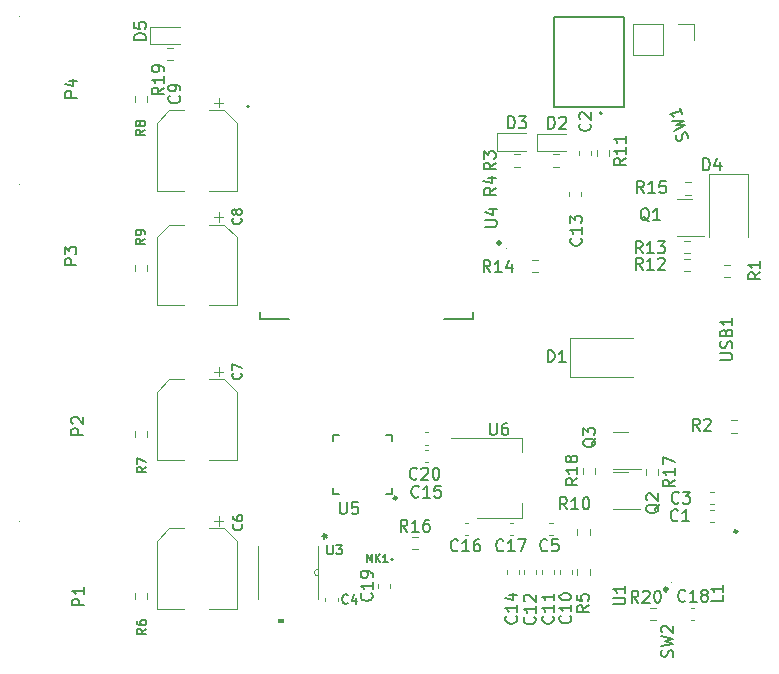
<source format=gbr>
%TF.GenerationSoftware,KiCad,Pcbnew,(6.0.0-0)*%
%TF.CreationDate,2022-02-02T11:17:39+01:00*%
%TF.ProjectId,GlowCore,476c6f77-436f-4726-952e-6b696361645f,rev?*%
%TF.SameCoordinates,Original*%
%TF.FileFunction,Legend,Top*%
%TF.FilePolarity,Positive*%
%FSLAX46Y46*%
G04 Gerber Fmt 4.6, Leading zero omitted, Abs format (unit mm)*
G04 Created by KiCad (PCBNEW (6.0.0-0)) date 2022-02-02 11:17:39*
%MOMM*%
%LPD*%
G01*
G04 APERTURE LIST*
%ADD10C,0.150000*%
%ADD11C,0.120000*%
%ADD12C,0.059995*%
%ADD13C,0.200000*%
%ADD14C,0.254001*%
%ADD15C,0.250000*%
%ADD16C,0.127000*%
%ADD17C,0.100000*%
G04 APERTURE END LIST*
D10*
%TO.C,D1*%
X163447504Y-110942380D02*
X163447504Y-109942380D01*
X163685600Y-109942380D01*
X163828457Y-109990000D01*
X163923695Y-110085238D01*
X163971314Y-110180476D01*
X164018933Y-110370952D01*
X164018933Y-110513809D01*
X163971314Y-110704285D01*
X163923695Y-110799523D01*
X163828457Y-110894761D01*
X163685600Y-110942380D01*
X163447504Y-110942380D01*
X164971314Y-110942380D02*
X164399885Y-110942380D01*
X164685600Y-110942380D02*
X164685600Y-109942380D01*
X164590361Y-110085238D01*
X164495123Y-110180476D01*
X164399885Y-110228095D01*
%TO.C,R17*%
X174179780Y-120906357D02*
X173703590Y-121239690D01*
X174179780Y-121477785D02*
X173179780Y-121477785D01*
X173179780Y-121096833D01*
X173227400Y-121001595D01*
X173275019Y-120953976D01*
X173370257Y-120906357D01*
X173513114Y-120906357D01*
X173608352Y-120953976D01*
X173655971Y-121001595D01*
X173703590Y-121096833D01*
X173703590Y-121477785D01*
X174179780Y-119953976D02*
X174179780Y-120525404D01*
X174179780Y-120239690D02*
X173179780Y-120239690D01*
X173322638Y-120334928D01*
X173417876Y-120430166D01*
X173465495Y-120525404D01*
X173179780Y-119620642D02*
X173179780Y-118953976D01*
X174179780Y-119382547D01*
%TO.C,R7*%
X129433904Y-119841633D02*
X129052952Y-120108300D01*
X129433904Y-120298776D02*
X128633904Y-120298776D01*
X128633904Y-119994014D01*
X128672000Y-119917823D01*
X128710095Y-119879728D01*
X128786285Y-119841633D01*
X128900571Y-119841633D01*
X128976761Y-119879728D01*
X129014857Y-119917823D01*
X129052952Y-119994014D01*
X129052952Y-120298776D01*
X128633904Y-119574966D02*
X128633904Y-119041633D01*
X129433904Y-119384490D01*
%TO.C,P1*%
X124201180Y-131548095D02*
X123201180Y-131548095D01*
X123201180Y-131167142D01*
X123248800Y-131071904D01*
X123296419Y-131024285D01*
X123391657Y-130976666D01*
X123534514Y-130976666D01*
X123629752Y-131024285D01*
X123677371Y-131071904D01*
X123724990Y-131167142D01*
X123724990Y-131548095D01*
X124201180Y-130024285D02*
X124201180Y-130595714D01*
X124201180Y-130310000D02*
X123201180Y-130310000D01*
X123344038Y-130405238D01*
X123439276Y-130500476D01*
X123486895Y-130595714D01*
%TO.C,SW2*%
X174013761Y-135927933D02*
X174061380Y-135785076D01*
X174061380Y-135546980D01*
X174013761Y-135451742D01*
X173966142Y-135404123D01*
X173870904Y-135356504D01*
X173775666Y-135356504D01*
X173680428Y-135404123D01*
X173632809Y-135451742D01*
X173585190Y-135546980D01*
X173537571Y-135737457D01*
X173489952Y-135832695D01*
X173442333Y-135880314D01*
X173347095Y-135927933D01*
X173251857Y-135927933D01*
X173156619Y-135880314D01*
X173109000Y-135832695D01*
X173061380Y-135737457D01*
X173061380Y-135499361D01*
X173109000Y-135356504D01*
X173061380Y-135023171D02*
X174061380Y-134785076D01*
X173347095Y-134594600D01*
X174061380Y-134404123D01*
X173061380Y-134166028D01*
X173156619Y-133832695D02*
X173109000Y-133785076D01*
X173061380Y-133689838D01*
X173061380Y-133451742D01*
X173109000Y-133356504D01*
X173156619Y-133308885D01*
X173251857Y-133261266D01*
X173347095Y-133261266D01*
X173489952Y-133308885D01*
X174061380Y-133880314D01*
X174061380Y-133261266D01*
%TO.C,C19*%
X148517842Y-130538457D02*
X148565461Y-130586076D01*
X148613080Y-130728933D01*
X148613080Y-130824171D01*
X148565461Y-130967028D01*
X148470223Y-131062266D01*
X148374985Y-131109885D01*
X148184509Y-131157504D01*
X148041652Y-131157504D01*
X147851176Y-131109885D01*
X147755938Y-131062266D01*
X147660700Y-130967028D01*
X147613080Y-130824171D01*
X147613080Y-130728933D01*
X147660700Y-130586076D01*
X147708319Y-130538457D01*
X148613080Y-129586076D02*
X148613080Y-130157504D01*
X148613080Y-129871790D02*
X147613080Y-129871790D01*
X147755938Y-129967028D01*
X147851176Y-130062266D01*
X147898795Y-130157504D01*
X148613080Y-129109885D02*
X148613080Y-128919409D01*
X148565461Y-128824171D01*
X148517842Y-128776552D01*
X148374985Y-128681314D01*
X148184509Y-128633695D01*
X147803557Y-128633695D01*
X147708319Y-128681314D01*
X147660700Y-128728933D01*
X147613080Y-128824171D01*
X147613080Y-129014647D01*
X147660700Y-129109885D01*
X147708319Y-129157504D01*
X147803557Y-129205123D01*
X148041652Y-129205123D01*
X148136890Y-129157504D01*
X148184509Y-129109885D01*
X148232128Y-129014647D01*
X148232128Y-128824171D01*
X148184509Y-128728933D01*
X148136890Y-128681314D01*
X148041652Y-128633695D01*
%TO.C,C12*%
X162320242Y-132545057D02*
X162367861Y-132592676D01*
X162415480Y-132735533D01*
X162415480Y-132830771D01*
X162367861Y-132973628D01*
X162272623Y-133068866D01*
X162177385Y-133116485D01*
X161986909Y-133164104D01*
X161844052Y-133164104D01*
X161653576Y-133116485D01*
X161558338Y-133068866D01*
X161463100Y-132973628D01*
X161415480Y-132830771D01*
X161415480Y-132735533D01*
X161463100Y-132592676D01*
X161510719Y-132545057D01*
X162415480Y-131592676D02*
X162415480Y-132164104D01*
X162415480Y-131878390D02*
X161415480Y-131878390D01*
X161558338Y-131973628D01*
X161653576Y-132068866D01*
X161701195Y-132164104D01*
X161510719Y-131211723D02*
X161463100Y-131164104D01*
X161415480Y-131068866D01*
X161415480Y-130830771D01*
X161463100Y-130735533D01*
X161510719Y-130687914D01*
X161605957Y-130640295D01*
X161701195Y-130640295D01*
X161844052Y-130687914D01*
X162415480Y-131259342D01*
X162415480Y-130640295D01*
%TO.C,C13*%
X166244542Y-100464857D02*
X166292161Y-100512476D01*
X166339780Y-100655333D01*
X166339780Y-100750571D01*
X166292161Y-100893428D01*
X166196923Y-100988666D01*
X166101685Y-101036285D01*
X165911209Y-101083904D01*
X165768352Y-101083904D01*
X165577876Y-101036285D01*
X165482638Y-100988666D01*
X165387400Y-100893428D01*
X165339780Y-100750571D01*
X165339780Y-100655333D01*
X165387400Y-100512476D01*
X165435019Y-100464857D01*
X166339780Y-99512476D02*
X166339780Y-100083904D01*
X166339780Y-99798190D02*
X165339780Y-99798190D01*
X165482638Y-99893428D01*
X165577876Y-99988666D01*
X165625495Y-100083904D01*
X165339780Y-99179142D02*
X165339780Y-98560095D01*
X165720733Y-98893428D01*
X165720733Y-98750571D01*
X165768352Y-98655333D01*
X165815971Y-98607714D01*
X165911209Y-98560095D01*
X166149304Y-98560095D01*
X166244542Y-98607714D01*
X166292161Y-98655333D01*
X166339780Y-98750571D01*
X166339780Y-99036285D01*
X166292161Y-99131523D01*
X166244542Y-99179142D01*
%TO.C,U6*%
X158546895Y-116114580D02*
X158546895Y-116924104D01*
X158594514Y-117019342D01*
X158642133Y-117066961D01*
X158737371Y-117114580D01*
X158927847Y-117114580D01*
X159023085Y-117066961D01*
X159070704Y-117019342D01*
X159118323Y-116924104D01*
X159118323Y-116114580D01*
X160023085Y-116114580D02*
X159832609Y-116114580D01*
X159737371Y-116162200D01*
X159689752Y-116209819D01*
X159594514Y-116352676D01*
X159546895Y-116543152D01*
X159546895Y-116924104D01*
X159594514Y-117019342D01*
X159642133Y-117066961D01*
X159737371Y-117114580D01*
X159927847Y-117114580D01*
X160023085Y-117066961D01*
X160070704Y-117019342D01*
X160118323Y-116924104D01*
X160118323Y-116686009D01*
X160070704Y-116590771D01*
X160023085Y-116543152D01*
X159927847Y-116495533D01*
X159737371Y-116495533D01*
X159642133Y-116543152D01*
X159594514Y-116590771D01*
X159546895Y-116686009D01*
%TO.C,C2*%
X167006542Y-90768466D02*
X167054161Y-90816085D01*
X167101780Y-90958942D01*
X167101780Y-91054180D01*
X167054161Y-91197038D01*
X166958923Y-91292276D01*
X166863685Y-91339895D01*
X166673209Y-91387514D01*
X166530352Y-91387514D01*
X166339876Y-91339895D01*
X166244638Y-91292276D01*
X166149400Y-91197038D01*
X166101780Y-91054180D01*
X166101780Y-90958942D01*
X166149400Y-90816085D01*
X166197019Y-90768466D01*
X166197019Y-90387514D02*
X166149400Y-90339895D01*
X166101780Y-90244657D01*
X166101780Y-90006561D01*
X166149400Y-89911323D01*
X166197019Y-89863704D01*
X166292257Y-89816085D01*
X166387495Y-89816085D01*
X166530352Y-89863704D01*
X167101780Y-90435133D01*
X167101780Y-89816085D01*
%TO.C,Q3*%
X167536419Y-117410438D02*
X167488800Y-117505676D01*
X167393561Y-117600914D01*
X167250704Y-117743771D01*
X167203085Y-117839009D01*
X167203085Y-117934247D01*
X167441180Y-117886628D02*
X167393561Y-117981866D01*
X167298323Y-118077104D01*
X167107847Y-118124723D01*
X166774514Y-118124723D01*
X166584038Y-118077104D01*
X166488800Y-117981866D01*
X166441180Y-117886628D01*
X166441180Y-117696152D01*
X166488800Y-117600914D01*
X166584038Y-117505676D01*
X166774514Y-117458057D01*
X167107847Y-117458057D01*
X167298323Y-117505676D01*
X167393561Y-117600914D01*
X167441180Y-117696152D01*
X167441180Y-117886628D01*
X166441180Y-117124723D02*
X166441180Y-116505676D01*
X166822133Y-116839009D01*
X166822133Y-116696152D01*
X166869752Y-116600914D01*
X166917371Y-116553295D01*
X167012609Y-116505676D01*
X167250704Y-116505676D01*
X167345942Y-116553295D01*
X167393561Y-116600914D01*
X167441180Y-116696152D01*
X167441180Y-116981866D01*
X167393561Y-117077104D01*
X167345942Y-117124723D01*
%TO.C,P2*%
X124120383Y-117116297D02*
X123120383Y-117116297D01*
X123120383Y-116735344D01*
X123168003Y-116640106D01*
X123215622Y-116592487D01*
X123310860Y-116544868D01*
X123453717Y-116544868D01*
X123548955Y-116592487D01*
X123596574Y-116640106D01*
X123644193Y-116735344D01*
X123644193Y-117116297D01*
X123215622Y-116163916D02*
X123168003Y-116116297D01*
X123120383Y-116021059D01*
X123120383Y-115782963D01*
X123168003Y-115687725D01*
X123215622Y-115640106D01*
X123310860Y-115592487D01*
X123406098Y-115592487D01*
X123548955Y-115640106D01*
X124120383Y-116211535D01*
X124120383Y-115592487D01*
%TO.C,P4*%
X123586983Y-88566695D02*
X122586983Y-88566695D01*
X122586983Y-88185742D01*
X122634603Y-88090504D01*
X122682222Y-88042885D01*
X122777460Y-87995266D01*
X122920317Y-87995266D01*
X123015555Y-88042885D01*
X123063174Y-88090504D01*
X123110793Y-88185742D01*
X123110793Y-88566695D01*
X122920317Y-87138123D02*
X123586983Y-87138123D01*
X122539364Y-87376219D02*
X123253650Y-87614314D01*
X123253650Y-86995266D01*
%TO.C,R8*%
X129343104Y-91268533D02*
X128962152Y-91535200D01*
X129343104Y-91725676D02*
X128543104Y-91725676D01*
X128543104Y-91420914D01*
X128581200Y-91344723D01*
X128619295Y-91306628D01*
X128695485Y-91268533D01*
X128809771Y-91268533D01*
X128885961Y-91306628D01*
X128924057Y-91344723D01*
X128962152Y-91420914D01*
X128962152Y-91725676D01*
X128885961Y-90811390D02*
X128847866Y-90887580D01*
X128809771Y-90925676D01*
X128733580Y-90963771D01*
X128695485Y-90963771D01*
X128619295Y-90925676D01*
X128581200Y-90887580D01*
X128543104Y-90811390D01*
X128543104Y-90659009D01*
X128581200Y-90582819D01*
X128619295Y-90544723D01*
X128695485Y-90506628D01*
X128733580Y-90506628D01*
X128809771Y-90544723D01*
X128847866Y-90582819D01*
X128885961Y-90659009D01*
X128885961Y-90811390D01*
X128924057Y-90887580D01*
X128962152Y-90925676D01*
X129038342Y-90963771D01*
X129190723Y-90963771D01*
X129266914Y-90925676D01*
X129305009Y-90887580D01*
X129343104Y-90811390D01*
X129343104Y-90659009D01*
X129305009Y-90582819D01*
X129266914Y-90544723D01*
X129190723Y-90506628D01*
X129038342Y-90506628D01*
X128962152Y-90544723D01*
X128924057Y-90582819D01*
X128885961Y-90659009D01*
%TO.C,P3*%
X123536183Y-102714496D02*
X122536183Y-102714496D01*
X122536183Y-102333543D01*
X122583803Y-102238305D01*
X122631422Y-102190686D01*
X122726660Y-102143067D01*
X122869517Y-102143067D01*
X122964755Y-102190686D01*
X123012374Y-102238305D01*
X123059993Y-102333543D01*
X123059993Y-102714496D01*
X122536183Y-101809734D02*
X122536183Y-101190686D01*
X122917136Y-101524020D01*
X122917136Y-101381162D01*
X122964755Y-101285924D01*
X123012374Y-101238305D01*
X123107612Y-101190686D01*
X123345707Y-101190686D01*
X123440945Y-101238305D01*
X123488564Y-101285924D01*
X123536183Y-101381162D01*
X123536183Y-101666877D01*
X123488564Y-101762115D01*
X123440945Y-101809734D01*
%TO.C,C7*%
X137445714Y-111893333D02*
X137483809Y-111931428D01*
X137521904Y-112045714D01*
X137521904Y-112121904D01*
X137483809Y-112236190D01*
X137407619Y-112312380D01*
X137331428Y-112350476D01*
X137179047Y-112388571D01*
X137064761Y-112388571D01*
X136912380Y-112350476D01*
X136836190Y-112312380D01*
X136760000Y-112236190D01*
X136721904Y-112121904D01*
X136721904Y-112045714D01*
X136760000Y-111931428D01*
X136798095Y-111893333D01*
X136721904Y-111626666D02*
X136721904Y-111093333D01*
X137521904Y-111436190D01*
%TO.C,MK1*%
X148164173Y-127875185D02*
X148164173Y-127231954D01*
X148378584Y-127691405D01*
X148592994Y-127231954D01*
X148592994Y-127875185D01*
X148899294Y-127875185D02*
X148899294Y-127231954D01*
X149266855Y-127875185D02*
X148991184Y-127507624D01*
X149266855Y-127231954D02*
X148899294Y-127599515D01*
X149879456Y-127875185D02*
X149511895Y-127875185D01*
X149695676Y-127875185D02*
X149695676Y-127231954D01*
X149634415Y-127323844D01*
X149573155Y-127385104D01*
X149511895Y-127415734D01*
%TO.C,SW1*%
X175314216Y-92021860D02*
X175323238Y-91871545D01*
X175261614Y-91641563D01*
X175190968Y-91561895D01*
X175132647Y-91528223D01*
X175028330Y-91506876D01*
X174936337Y-91531525D01*
X174856668Y-91602171D01*
X174822997Y-91660493D01*
X174801650Y-91764810D01*
X174804952Y-91961121D01*
X174783605Y-92065438D01*
X174749933Y-92123760D01*
X174670265Y-92194406D01*
X174578272Y-92219055D01*
X174473954Y-92197708D01*
X174415633Y-92164036D01*
X174344987Y-92084368D01*
X174283364Y-91854386D01*
X174292386Y-91704072D01*
X174160117Y-91394421D02*
X175064419Y-90905620D01*
X174325173Y-90906504D01*
X174965821Y-90537648D01*
X173938272Y-90566485D01*
X174670028Y-89433733D02*
X174817924Y-89985690D01*
X174743976Y-89709711D02*
X173778050Y-89968530D01*
X173940689Y-90023549D01*
X174057332Y-90090893D01*
X174127977Y-90170561D01*
%TO.C,R19*%
X130932180Y-87714057D02*
X130455990Y-88047390D01*
X130932180Y-88285485D02*
X129932180Y-88285485D01*
X129932180Y-87904533D01*
X129979800Y-87809295D01*
X130027419Y-87761676D01*
X130122657Y-87714057D01*
X130265514Y-87714057D01*
X130360752Y-87761676D01*
X130408371Y-87809295D01*
X130455990Y-87904533D01*
X130455990Y-88285485D01*
X130932180Y-86761676D02*
X130932180Y-87333104D01*
X130932180Y-87047390D02*
X129932180Y-87047390D01*
X130075038Y-87142628D01*
X130170276Y-87237866D01*
X130217895Y-87333104D01*
X130932180Y-86285485D02*
X130932180Y-86095009D01*
X130884561Y-85999771D01*
X130836942Y-85952152D01*
X130694085Y-85856914D01*
X130503609Y-85809295D01*
X130122657Y-85809295D01*
X130027419Y-85856914D01*
X129979800Y-85904533D01*
X129932180Y-85999771D01*
X129932180Y-86190247D01*
X129979800Y-86285485D01*
X130027419Y-86333104D01*
X130122657Y-86380723D01*
X130360752Y-86380723D01*
X130455990Y-86333104D01*
X130503609Y-86285485D01*
X130551228Y-86190247D01*
X130551228Y-85999771D01*
X130503609Y-85904533D01*
X130455990Y-85856914D01*
X130360752Y-85809295D01*
%TO.C,USB1*%
X178065180Y-110780295D02*
X178874704Y-110780295D01*
X178969942Y-110732676D01*
X179017561Y-110685057D01*
X179065180Y-110589819D01*
X179065180Y-110399342D01*
X179017561Y-110304104D01*
X178969942Y-110256485D01*
X178874704Y-110208866D01*
X178065180Y-110208866D01*
X179017561Y-109780295D02*
X179065180Y-109637438D01*
X179065180Y-109399342D01*
X179017561Y-109304104D01*
X178969942Y-109256485D01*
X178874704Y-109208866D01*
X178779466Y-109208866D01*
X178684228Y-109256485D01*
X178636609Y-109304104D01*
X178588990Y-109399342D01*
X178541371Y-109589819D01*
X178493752Y-109685057D01*
X178446133Y-109732676D01*
X178350895Y-109780295D01*
X178255657Y-109780295D01*
X178160419Y-109732676D01*
X178112800Y-109685057D01*
X178065180Y-109589819D01*
X178065180Y-109351723D01*
X178112800Y-109208866D01*
X178541371Y-108446961D02*
X178588990Y-108304104D01*
X178636609Y-108256485D01*
X178731847Y-108208866D01*
X178874704Y-108208866D01*
X178969942Y-108256485D01*
X179017561Y-108304104D01*
X179065180Y-108399342D01*
X179065180Y-108780295D01*
X178065180Y-108780295D01*
X178065180Y-108446961D01*
X178112800Y-108351723D01*
X178160419Y-108304104D01*
X178255657Y-108256485D01*
X178350895Y-108256485D01*
X178446133Y-108304104D01*
X178493752Y-108351723D01*
X178541371Y-108446961D01*
X178541371Y-108780295D01*
X179065180Y-107256485D02*
X179065180Y-107827914D01*
X179065180Y-107542200D02*
X178065180Y-107542200D01*
X178208038Y-107637438D01*
X178303276Y-107732676D01*
X178350895Y-107827914D01*
%TO.C,R6*%
X129433904Y-133534133D02*
X129052952Y-133800800D01*
X129433904Y-133991276D02*
X128633904Y-133991276D01*
X128633904Y-133686514D01*
X128672000Y-133610323D01*
X128710095Y-133572228D01*
X128786285Y-133534133D01*
X128900571Y-133534133D01*
X128976761Y-133572228D01*
X129014857Y-133610323D01*
X129052952Y-133686514D01*
X129052952Y-133991276D01*
X128633904Y-132848419D02*
X128633904Y-133000800D01*
X128672000Y-133076990D01*
X128710095Y-133115085D01*
X128824380Y-133191276D01*
X128976761Y-133229371D01*
X129281523Y-133229371D01*
X129357714Y-133191276D01*
X129395809Y-133153180D01*
X129433904Y-133076990D01*
X129433904Y-132924609D01*
X129395809Y-132848419D01*
X129357714Y-132810323D01*
X129281523Y-132772228D01*
X129091047Y-132772228D01*
X129014857Y-132810323D01*
X128976761Y-132848419D01*
X128938666Y-132924609D01*
X128938666Y-133076990D01*
X128976761Y-133153180D01*
X129014857Y-133191276D01*
X129091047Y-133229371D01*
%TO.C,D3*%
X160094704Y-91155780D02*
X160094704Y-90155780D01*
X160332800Y-90155780D01*
X160475657Y-90203400D01*
X160570895Y-90298638D01*
X160618514Y-90393876D01*
X160666133Y-90584352D01*
X160666133Y-90727209D01*
X160618514Y-90917685D01*
X160570895Y-91012923D01*
X160475657Y-91108161D01*
X160332800Y-91155780D01*
X160094704Y-91155780D01*
X160999466Y-90155780D02*
X161618514Y-90155780D01*
X161285180Y-90536733D01*
X161428038Y-90536733D01*
X161523276Y-90584352D01*
X161570895Y-90631971D01*
X161618514Y-90727209D01*
X161618514Y-90965304D01*
X161570895Y-91060542D01*
X161523276Y-91108161D01*
X161428038Y-91155780D01*
X161142323Y-91155780D01*
X161047085Y-91108161D01*
X160999466Y-91060542D01*
%TO.C,U4*%
X158151580Y-99491704D02*
X158961104Y-99491704D01*
X159056342Y-99444085D01*
X159103961Y-99396466D01*
X159151580Y-99301228D01*
X159151580Y-99110752D01*
X159103961Y-99015514D01*
X159056342Y-98967895D01*
X158961104Y-98920276D01*
X158151580Y-98920276D01*
X158484914Y-98015514D02*
X159151580Y-98015514D01*
X158103961Y-98253609D02*
X158818247Y-98491704D01*
X158818247Y-97872657D01*
%TO.C,C17*%
X159681942Y-126874542D02*
X159634323Y-126922161D01*
X159491466Y-126969780D01*
X159396228Y-126969780D01*
X159253371Y-126922161D01*
X159158133Y-126826923D01*
X159110514Y-126731685D01*
X159062895Y-126541209D01*
X159062895Y-126398352D01*
X159110514Y-126207876D01*
X159158133Y-126112638D01*
X159253371Y-126017400D01*
X159396228Y-125969780D01*
X159491466Y-125969780D01*
X159634323Y-126017400D01*
X159681942Y-126065019D01*
X160634323Y-126969780D02*
X160062895Y-126969780D01*
X160348609Y-126969780D02*
X160348609Y-125969780D01*
X160253371Y-126112638D01*
X160158133Y-126207876D01*
X160062895Y-126255495D01*
X160967657Y-125969780D02*
X161634323Y-125969780D01*
X161205752Y-126969780D01*
%TO.C,C20*%
X152366742Y-120803942D02*
X152319123Y-120851561D01*
X152176266Y-120899180D01*
X152081028Y-120899180D01*
X151938171Y-120851561D01*
X151842933Y-120756323D01*
X151795314Y-120661085D01*
X151747695Y-120470609D01*
X151747695Y-120327752D01*
X151795314Y-120137276D01*
X151842933Y-120042038D01*
X151938171Y-119946800D01*
X152081028Y-119899180D01*
X152176266Y-119899180D01*
X152319123Y-119946800D01*
X152366742Y-119994419D01*
X152747695Y-119994419D02*
X152795314Y-119946800D01*
X152890552Y-119899180D01*
X153128647Y-119899180D01*
X153223885Y-119946800D01*
X153271504Y-119994419D01*
X153319123Y-120089657D01*
X153319123Y-120184895D01*
X153271504Y-120327752D01*
X152700076Y-120899180D01*
X153319123Y-120899180D01*
X153938171Y-119899180D02*
X154033409Y-119899180D01*
X154128647Y-119946800D01*
X154176266Y-119994419D01*
X154223885Y-120089657D01*
X154271504Y-120280133D01*
X154271504Y-120518228D01*
X154223885Y-120708704D01*
X154176266Y-120803942D01*
X154128647Y-120851561D01*
X154033409Y-120899180D01*
X153938171Y-120899180D01*
X153842933Y-120851561D01*
X153795314Y-120803942D01*
X153747695Y-120708704D01*
X153700076Y-120518228D01*
X153700076Y-120280133D01*
X153747695Y-120089657D01*
X153795314Y-119994419D01*
X153842933Y-119946800D01*
X153938171Y-119899180D01*
%TO.C,R16*%
X151564042Y-125311180D02*
X151230709Y-124834990D01*
X150992614Y-125311180D02*
X150992614Y-124311180D01*
X151373566Y-124311180D01*
X151468804Y-124358800D01*
X151516423Y-124406419D01*
X151564042Y-124501657D01*
X151564042Y-124644514D01*
X151516423Y-124739752D01*
X151468804Y-124787371D01*
X151373566Y-124834990D01*
X150992614Y-124834990D01*
X152516423Y-125311180D02*
X151944995Y-125311180D01*
X152230709Y-125311180D02*
X152230709Y-124311180D01*
X152135471Y-124454038D01*
X152040233Y-124549276D01*
X151944995Y-124596895D01*
X153373566Y-124311180D02*
X153183090Y-124311180D01*
X153087852Y-124358800D01*
X153040233Y-124406419D01*
X152944995Y-124549276D01*
X152897376Y-124739752D01*
X152897376Y-125120704D01*
X152944995Y-125215942D01*
X152992614Y-125263561D01*
X153087852Y-125311180D01*
X153278328Y-125311180D01*
X153373566Y-125263561D01*
X153421185Y-125215942D01*
X153468804Y-125120704D01*
X153468804Y-124882609D01*
X153421185Y-124787371D01*
X153373566Y-124739752D01*
X153278328Y-124692133D01*
X153087852Y-124692133D01*
X152992614Y-124739752D01*
X152944995Y-124787371D01*
X152897376Y-124882609D01*
%TO.C,L1*%
X178277774Y-130710520D02*
X178277774Y-131186710D01*
X177277774Y-131186710D01*
X178277774Y-129853377D02*
X178277774Y-130424805D01*
X178277774Y-130139091D02*
X177277774Y-130139091D01*
X177420632Y-130234329D01*
X177515870Y-130329567D01*
X177563489Y-130424805D01*
%TO.C,R18*%
X165960380Y-120777457D02*
X165484190Y-121110790D01*
X165960380Y-121348885D02*
X164960380Y-121348885D01*
X164960380Y-120967933D01*
X165008000Y-120872695D01*
X165055619Y-120825076D01*
X165150857Y-120777457D01*
X165293714Y-120777457D01*
X165388952Y-120825076D01*
X165436571Y-120872695D01*
X165484190Y-120967933D01*
X165484190Y-121348885D01*
X165960380Y-119825076D02*
X165960380Y-120396504D01*
X165960380Y-120110790D02*
X164960380Y-120110790D01*
X165103238Y-120206028D01*
X165198476Y-120301266D01*
X165246095Y-120396504D01*
X165388952Y-119253647D02*
X165341333Y-119348885D01*
X165293714Y-119396504D01*
X165198476Y-119444123D01*
X165150857Y-119444123D01*
X165055619Y-119396504D01*
X165008000Y-119348885D01*
X164960380Y-119253647D01*
X164960380Y-119063171D01*
X165008000Y-118967933D01*
X165055619Y-118920314D01*
X165150857Y-118872695D01*
X165198476Y-118872695D01*
X165293714Y-118920314D01*
X165341333Y-118967933D01*
X165388952Y-119063171D01*
X165388952Y-119253647D01*
X165436571Y-119348885D01*
X165484190Y-119396504D01*
X165579428Y-119444123D01*
X165769904Y-119444123D01*
X165865142Y-119396504D01*
X165912761Y-119348885D01*
X165960380Y-119253647D01*
X165960380Y-119063171D01*
X165912761Y-118967933D01*
X165865142Y-118920314D01*
X165769904Y-118872695D01*
X165579428Y-118872695D01*
X165484190Y-118920314D01*
X165436571Y-118967933D01*
X165388952Y-119063171D01*
%TO.C,R20*%
X171111942Y-131313180D02*
X170778609Y-130836990D01*
X170540514Y-131313180D02*
X170540514Y-130313180D01*
X170921466Y-130313180D01*
X171016704Y-130360800D01*
X171064323Y-130408419D01*
X171111942Y-130503657D01*
X171111942Y-130646514D01*
X171064323Y-130741752D01*
X171016704Y-130789371D01*
X170921466Y-130836990D01*
X170540514Y-130836990D01*
X171492895Y-130408419D02*
X171540514Y-130360800D01*
X171635752Y-130313180D01*
X171873847Y-130313180D01*
X171969085Y-130360800D01*
X172016704Y-130408419D01*
X172064323Y-130503657D01*
X172064323Y-130598895D01*
X172016704Y-130741752D01*
X171445276Y-131313180D01*
X172064323Y-131313180D01*
X172683371Y-130313180D02*
X172778609Y-130313180D01*
X172873847Y-130360800D01*
X172921466Y-130408419D01*
X172969085Y-130503657D01*
X173016704Y-130694133D01*
X173016704Y-130932228D01*
X172969085Y-131122704D01*
X172921466Y-131217942D01*
X172873847Y-131265561D01*
X172778609Y-131313180D01*
X172683371Y-131313180D01*
X172588133Y-131265561D01*
X172540514Y-131217942D01*
X172492895Y-131122704D01*
X172445276Y-130932228D01*
X172445276Y-130694133D01*
X172492895Y-130503657D01*
X172540514Y-130408419D01*
X172588133Y-130360800D01*
X172683371Y-130313180D01*
%TO.C,C9*%
X132233942Y-88406266D02*
X132281561Y-88453885D01*
X132329180Y-88596742D01*
X132329180Y-88691980D01*
X132281561Y-88834838D01*
X132186323Y-88930076D01*
X132091085Y-88977695D01*
X131900609Y-89025314D01*
X131757752Y-89025314D01*
X131567276Y-88977695D01*
X131472038Y-88930076D01*
X131376800Y-88834838D01*
X131329180Y-88691980D01*
X131329180Y-88596742D01*
X131376800Y-88453885D01*
X131424419Y-88406266D01*
X132329180Y-87930076D02*
X132329180Y-87739600D01*
X132281561Y-87644361D01*
X132233942Y-87596742D01*
X132091085Y-87501504D01*
X131900609Y-87453885D01*
X131519657Y-87453885D01*
X131424419Y-87501504D01*
X131376800Y-87549123D01*
X131329180Y-87644361D01*
X131329180Y-87834838D01*
X131376800Y-87930076D01*
X131424419Y-87977695D01*
X131519657Y-88025314D01*
X131757752Y-88025314D01*
X131852990Y-87977695D01*
X131900609Y-87930076D01*
X131948228Y-87834838D01*
X131948228Y-87644361D01*
X131900609Y-87549123D01*
X131852990Y-87501504D01*
X131757752Y-87453885D01*
%TO.C,D2*%
X163472904Y-91181180D02*
X163472904Y-90181180D01*
X163711000Y-90181180D01*
X163853857Y-90228800D01*
X163949095Y-90324038D01*
X163996714Y-90419276D01*
X164044333Y-90609752D01*
X164044333Y-90752609D01*
X163996714Y-90943085D01*
X163949095Y-91038323D01*
X163853857Y-91133561D01*
X163711000Y-91181180D01*
X163472904Y-91181180D01*
X164425285Y-90276419D02*
X164472904Y-90228800D01*
X164568142Y-90181180D01*
X164806238Y-90181180D01*
X164901476Y-90228800D01*
X164949095Y-90276419D01*
X164996714Y-90371657D01*
X164996714Y-90466895D01*
X164949095Y-90609752D01*
X164377666Y-91181180D01*
X164996714Y-91181180D01*
%TO.C,R4*%
X159049980Y-96204066D02*
X158573790Y-96537400D01*
X159049980Y-96775495D02*
X158049980Y-96775495D01*
X158049980Y-96394542D01*
X158097600Y-96299304D01*
X158145219Y-96251685D01*
X158240457Y-96204066D01*
X158383314Y-96204066D01*
X158478552Y-96251685D01*
X158526171Y-96299304D01*
X158573790Y-96394542D01*
X158573790Y-96775495D01*
X158383314Y-95346923D02*
X159049980Y-95346923D01*
X158002361Y-95585019D02*
X158716647Y-95823114D01*
X158716647Y-95204066D01*
%TO.C,R5*%
X166911280Y-131560866D02*
X166435090Y-131894200D01*
X166911280Y-132132295D02*
X165911280Y-132132295D01*
X165911280Y-131751342D01*
X165958900Y-131656104D01*
X166006519Y-131608485D01*
X166101757Y-131560866D01*
X166244614Y-131560866D01*
X166339852Y-131608485D01*
X166387471Y-131656104D01*
X166435090Y-131751342D01*
X166435090Y-132132295D01*
X165911280Y-130656104D02*
X165911280Y-131132295D01*
X166387471Y-131179914D01*
X166339852Y-131132295D01*
X166292233Y-131037057D01*
X166292233Y-130798961D01*
X166339852Y-130703723D01*
X166387471Y-130656104D01*
X166482709Y-130608485D01*
X166720804Y-130608485D01*
X166816042Y-130656104D01*
X166863661Y-130703723D01*
X166911280Y-130798961D01*
X166911280Y-131037057D01*
X166863661Y-131132295D01*
X166816042Y-131179914D01*
%TO.C,R3*%
X159024580Y-94070466D02*
X158548390Y-94403800D01*
X159024580Y-94641895D02*
X158024580Y-94641895D01*
X158024580Y-94260942D01*
X158072200Y-94165704D01*
X158119819Y-94118085D01*
X158215057Y-94070466D01*
X158357914Y-94070466D01*
X158453152Y-94118085D01*
X158500771Y-94165704D01*
X158548390Y-94260942D01*
X158548390Y-94641895D01*
X158024580Y-93737133D02*
X158024580Y-93118085D01*
X158405533Y-93451419D01*
X158405533Y-93308561D01*
X158453152Y-93213323D01*
X158500771Y-93165704D01*
X158596009Y-93118085D01*
X158834104Y-93118085D01*
X158929342Y-93165704D01*
X158976961Y-93213323D01*
X159024580Y-93308561D01*
X159024580Y-93594276D01*
X158976961Y-93689514D01*
X158929342Y-93737133D01*
%TO.C,C16*%
X155846542Y-126874542D02*
X155798923Y-126922161D01*
X155656066Y-126969780D01*
X155560828Y-126969780D01*
X155417971Y-126922161D01*
X155322733Y-126826923D01*
X155275114Y-126731685D01*
X155227495Y-126541209D01*
X155227495Y-126398352D01*
X155275114Y-126207876D01*
X155322733Y-126112638D01*
X155417971Y-126017400D01*
X155560828Y-125969780D01*
X155656066Y-125969780D01*
X155798923Y-126017400D01*
X155846542Y-126065019D01*
X156798923Y-126969780D02*
X156227495Y-126969780D01*
X156513209Y-126969780D02*
X156513209Y-125969780D01*
X156417971Y-126112638D01*
X156322733Y-126207876D01*
X156227495Y-126255495D01*
X157656066Y-125969780D02*
X157465590Y-125969780D01*
X157370352Y-126017400D01*
X157322733Y-126065019D01*
X157227495Y-126207876D01*
X157179876Y-126398352D01*
X157179876Y-126779304D01*
X157227495Y-126874542D01*
X157275114Y-126922161D01*
X157370352Y-126969780D01*
X157560828Y-126969780D01*
X157656066Y-126922161D01*
X157703685Y-126874542D01*
X157751304Y-126779304D01*
X157751304Y-126541209D01*
X157703685Y-126445971D01*
X157656066Y-126398352D01*
X157560828Y-126350733D01*
X157370352Y-126350733D01*
X157275114Y-126398352D01*
X157227495Y-126445971D01*
X157179876Y-126541209D01*
%TO.C,C3*%
X174547233Y-122835942D02*
X174499614Y-122883561D01*
X174356757Y-122931180D01*
X174261519Y-122931180D01*
X174118661Y-122883561D01*
X174023423Y-122788323D01*
X173975804Y-122693085D01*
X173928185Y-122502609D01*
X173928185Y-122359752D01*
X173975804Y-122169276D01*
X174023423Y-122074038D01*
X174118661Y-121978800D01*
X174261519Y-121931180D01*
X174356757Y-121931180D01*
X174499614Y-121978800D01*
X174547233Y-122026419D01*
X174880566Y-121931180D02*
X175499614Y-121931180D01*
X175166280Y-122312133D01*
X175309138Y-122312133D01*
X175404376Y-122359752D01*
X175451995Y-122407371D01*
X175499614Y-122502609D01*
X175499614Y-122740704D01*
X175451995Y-122835942D01*
X175404376Y-122883561D01*
X175309138Y-122931180D01*
X175023423Y-122931180D01*
X174928185Y-122883561D01*
X174880566Y-122835942D01*
%TO.C,D5*%
X129433580Y-83669095D02*
X128433580Y-83669095D01*
X128433580Y-83431000D01*
X128481200Y-83288142D01*
X128576438Y-83192904D01*
X128671676Y-83145285D01*
X128862152Y-83097666D01*
X129005009Y-83097666D01*
X129195485Y-83145285D01*
X129290723Y-83192904D01*
X129385961Y-83288142D01*
X129433580Y-83431000D01*
X129433580Y-83669095D01*
X128433580Y-82192904D02*
X128433580Y-82669095D01*
X128909771Y-82716714D01*
X128862152Y-82669095D01*
X128814533Y-82573857D01*
X128814533Y-82335761D01*
X128862152Y-82240523D01*
X128909771Y-82192904D01*
X129005009Y-82145285D01*
X129243104Y-82145285D01*
X129338342Y-82192904D01*
X129385961Y-82240523D01*
X129433580Y-82335761D01*
X129433580Y-82573857D01*
X129385961Y-82669095D01*
X129338342Y-82716714D01*
%TO.C,C15*%
X152519142Y-122327942D02*
X152471523Y-122375561D01*
X152328666Y-122423180D01*
X152233428Y-122423180D01*
X152090571Y-122375561D01*
X151995333Y-122280323D01*
X151947714Y-122185085D01*
X151900095Y-121994609D01*
X151900095Y-121851752D01*
X151947714Y-121661276D01*
X151995333Y-121566038D01*
X152090571Y-121470800D01*
X152233428Y-121423180D01*
X152328666Y-121423180D01*
X152471523Y-121470800D01*
X152519142Y-121518419D01*
X153471523Y-122423180D02*
X152900095Y-122423180D01*
X153185809Y-122423180D02*
X153185809Y-121423180D01*
X153090571Y-121566038D01*
X152995333Y-121661276D01*
X152900095Y-121708895D01*
X154376285Y-121423180D02*
X153900095Y-121423180D01*
X153852476Y-121899371D01*
X153900095Y-121851752D01*
X153995333Y-121804133D01*
X154233428Y-121804133D01*
X154328666Y-121851752D01*
X154376285Y-121899371D01*
X154423904Y-121994609D01*
X154423904Y-122232704D01*
X154376285Y-122327942D01*
X154328666Y-122375561D01*
X154233428Y-122423180D01*
X153995333Y-122423180D01*
X153900095Y-122375561D01*
X153852476Y-122327942D01*
%TO.C,R9*%
X129343104Y-100516033D02*
X128962152Y-100782700D01*
X129343104Y-100973176D02*
X128543104Y-100973176D01*
X128543104Y-100668414D01*
X128581200Y-100592223D01*
X128619295Y-100554128D01*
X128695485Y-100516033D01*
X128809771Y-100516033D01*
X128885961Y-100554128D01*
X128924057Y-100592223D01*
X128962152Y-100668414D01*
X128962152Y-100973176D01*
X129343104Y-100135080D02*
X129343104Y-99982700D01*
X129305009Y-99906509D01*
X129266914Y-99868414D01*
X129152628Y-99792223D01*
X129000247Y-99754128D01*
X128695485Y-99754128D01*
X128619295Y-99792223D01*
X128581200Y-99830319D01*
X128543104Y-99906509D01*
X128543104Y-100058890D01*
X128581200Y-100135080D01*
X128619295Y-100173176D01*
X128695485Y-100211271D01*
X128885961Y-100211271D01*
X128962152Y-100173176D01*
X129000247Y-100135080D01*
X129038342Y-100058890D01*
X129038342Y-99906509D01*
X129000247Y-99830319D01*
X128962152Y-99792223D01*
X128885961Y-99754128D01*
%TO.C,R13*%
X171469842Y-101732380D02*
X171136509Y-101256190D01*
X170898414Y-101732380D02*
X170898414Y-100732380D01*
X171279366Y-100732380D01*
X171374604Y-100780000D01*
X171422223Y-100827619D01*
X171469842Y-100922857D01*
X171469842Y-101065714D01*
X171422223Y-101160952D01*
X171374604Y-101208571D01*
X171279366Y-101256190D01*
X170898414Y-101256190D01*
X172422223Y-101732380D02*
X171850795Y-101732380D01*
X172136509Y-101732380D02*
X172136509Y-100732380D01*
X172041271Y-100875238D01*
X171946033Y-100970476D01*
X171850795Y-101018095D01*
X172755557Y-100732380D02*
X173374604Y-100732380D01*
X173041271Y-101113333D01*
X173184128Y-101113333D01*
X173279366Y-101160952D01*
X173326985Y-101208571D01*
X173374604Y-101303809D01*
X173374604Y-101541904D01*
X173326985Y-101637142D01*
X173279366Y-101684761D01*
X173184128Y-101732380D01*
X172898414Y-101732380D01*
X172803176Y-101684761D01*
X172755557Y-101637142D01*
%TO.C,U5*%
X145841595Y-122819193D02*
X145841595Y-123628717D01*
X145889214Y-123723955D01*
X145936833Y-123771574D01*
X146032071Y-123819193D01*
X146222547Y-123819193D01*
X146317785Y-123771574D01*
X146365404Y-123723955D01*
X146413023Y-123628717D01*
X146413023Y-122819193D01*
X147365404Y-122819193D02*
X146889214Y-122819193D01*
X146841595Y-123295384D01*
X146889214Y-123247765D01*
X146984452Y-123200146D01*
X147222547Y-123200146D01*
X147317785Y-123247765D01*
X147365404Y-123295384D01*
X147413023Y-123390622D01*
X147413023Y-123628717D01*
X147365404Y-123723955D01*
X147317785Y-123771574D01*
X147222547Y-123819193D01*
X146984452Y-123819193D01*
X146889214Y-123771574D01*
X146841595Y-123723955D01*
%TO.C,C6*%
X137521914Y-124694933D02*
X137560009Y-124733028D01*
X137598104Y-124847314D01*
X137598104Y-124923504D01*
X137560009Y-125037790D01*
X137483819Y-125113980D01*
X137407628Y-125152076D01*
X137255247Y-125190171D01*
X137140961Y-125190171D01*
X136988580Y-125152076D01*
X136912390Y-125113980D01*
X136836200Y-125037790D01*
X136798104Y-124923504D01*
X136798104Y-124847314D01*
X136836200Y-124733028D01*
X136874295Y-124694933D01*
X136798104Y-124009219D02*
X136798104Y-124161600D01*
X136836200Y-124237790D01*
X136874295Y-124275885D01*
X136988580Y-124352076D01*
X137140961Y-124390171D01*
X137445723Y-124390171D01*
X137521914Y-124352076D01*
X137560009Y-124313980D01*
X137598104Y-124237790D01*
X137598104Y-124085409D01*
X137560009Y-124009219D01*
X137521914Y-123971123D01*
X137445723Y-123933028D01*
X137255247Y-123933028D01*
X137179057Y-123971123D01*
X137140961Y-124009219D01*
X137102866Y-124085409D01*
X137102866Y-124237790D01*
X137140961Y-124313980D01*
X137179057Y-124352076D01*
X137255247Y-124390171D01*
%TO.C,Q1*%
X172042861Y-99033619D02*
X171947623Y-98986000D01*
X171852385Y-98890761D01*
X171709528Y-98747904D01*
X171614290Y-98700285D01*
X171519052Y-98700285D01*
X171566671Y-98938380D02*
X171471433Y-98890761D01*
X171376195Y-98795523D01*
X171328576Y-98605047D01*
X171328576Y-98271714D01*
X171376195Y-98081238D01*
X171471433Y-97986000D01*
X171566671Y-97938380D01*
X171757147Y-97938380D01*
X171852385Y-97986000D01*
X171947623Y-98081238D01*
X171995242Y-98271714D01*
X171995242Y-98605047D01*
X171947623Y-98795523D01*
X171852385Y-98890761D01*
X171757147Y-98938380D01*
X171566671Y-98938380D01*
X172947623Y-98938380D02*
X172376195Y-98938380D01*
X172661909Y-98938380D02*
X172661909Y-97938380D01*
X172566671Y-98081238D01*
X172471433Y-98176476D01*
X172376195Y-98224095D01*
%TO.C,R10*%
X165066736Y-123413781D02*
X164733403Y-122937591D01*
X164495308Y-123413781D02*
X164495308Y-122413781D01*
X164876260Y-122413781D01*
X164971498Y-122461401D01*
X165019117Y-122509020D01*
X165066736Y-122604258D01*
X165066736Y-122747115D01*
X165019117Y-122842353D01*
X164971498Y-122889972D01*
X164876260Y-122937591D01*
X164495308Y-122937591D01*
X166019117Y-123413781D02*
X165447689Y-123413781D01*
X165733403Y-123413781D02*
X165733403Y-122413781D01*
X165638165Y-122556639D01*
X165542927Y-122651877D01*
X165447689Y-122699496D01*
X166638165Y-122413781D02*
X166733403Y-122413781D01*
X166828641Y-122461401D01*
X166876260Y-122509020D01*
X166923879Y-122604258D01*
X166971498Y-122794734D01*
X166971498Y-123032829D01*
X166923879Y-123223305D01*
X166876260Y-123318543D01*
X166828641Y-123366162D01*
X166733403Y-123413781D01*
X166638165Y-123413781D01*
X166542927Y-123366162D01*
X166495308Y-123318543D01*
X166447689Y-123223305D01*
X166400070Y-123032829D01*
X166400070Y-122794734D01*
X166447689Y-122604258D01*
X166495308Y-122509020D01*
X166542927Y-122461401D01*
X166638165Y-122413781D01*
%TO.C,U1*%
X168997374Y-131470305D02*
X169806898Y-131470305D01*
X169902136Y-131422686D01*
X169949755Y-131375067D01*
X169997374Y-131279829D01*
X169997374Y-131089353D01*
X169949755Y-130994115D01*
X169902136Y-130946496D01*
X169806898Y-130898877D01*
X168997374Y-130898877D01*
X169997374Y-129898877D02*
X169997374Y-130470305D01*
X169997374Y-130184591D02*
X168997374Y-130184591D01*
X169140232Y-130279829D01*
X169235470Y-130375067D01*
X169283089Y-130470305D01*
%TO.C,C8*%
X137445714Y-98786933D02*
X137483809Y-98825028D01*
X137521904Y-98939314D01*
X137521904Y-99015504D01*
X137483809Y-99129790D01*
X137407619Y-99205980D01*
X137331428Y-99244076D01*
X137179047Y-99282171D01*
X137064761Y-99282171D01*
X136912380Y-99244076D01*
X136836190Y-99205980D01*
X136760000Y-99129790D01*
X136721904Y-99015504D01*
X136721904Y-98939314D01*
X136760000Y-98825028D01*
X136798095Y-98786933D01*
X137064761Y-98329790D02*
X137026666Y-98405980D01*
X136988571Y-98444076D01*
X136912380Y-98482171D01*
X136874285Y-98482171D01*
X136798095Y-98444076D01*
X136760000Y-98405980D01*
X136721904Y-98329790D01*
X136721904Y-98177409D01*
X136760000Y-98101219D01*
X136798095Y-98063123D01*
X136874285Y-98025028D01*
X136912380Y-98025028D01*
X136988571Y-98063123D01*
X137026666Y-98101219D01*
X137064761Y-98177409D01*
X137064761Y-98329790D01*
X137102857Y-98405980D01*
X137140952Y-98444076D01*
X137217142Y-98482171D01*
X137369523Y-98482171D01*
X137445714Y-98444076D01*
X137483809Y-98405980D01*
X137521904Y-98329790D01*
X137521904Y-98177409D01*
X137483809Y-98101219D01*
X137445714Y-98063123D01*
X137369523Y-98025028D01*
X137217142Y-98025028D01*
X137140952Y-98063123D01*
X137102857Y-98101219D01*
X137064761Y-98177409D01*
%TO.C,U3*%
X144780076Y-126433804D02*
X144780076Y-127081423D01*
X144818171Y-127157614D01*
X144856266Y-127195709D01*
X144932457Y-127233804D01*
X145084838Y-127233804D01*
X145161028Y-127195709D01*
X145199123Y-127157614D01*
X145237219Y-127081423D01*
X145237219Y-126433804D01*
X145541980Y-126433804D02*
X146037219Y-126433804D01*
X145770552Y-126738566D01*
X145884838Y-126738566D01*
X145961028Y-126776661D01*
X145999123Y-126814757D01*
X146037219Y-126890947D01*
X146037219Y-127081423D01*
X145999123Y-127157614D01*
X145961028Y-127195709D01*
X145884838Y-127233804D01*
X145656266Y-127233804D01*
X145580076Y-127195709D01*
X145541980Y-127157614D01*
X144353580Y-125703500D02*
X144591676Y-125703500D01*
X144496438Y-125941595D02*
X144591676Y-125703500D01*
X144496438Y-125465404D01*
X144782152Y-125846357D02*
X144591676Y-125703500D01*
X144782152Y-125560642D01*
X144353580Y-125703500D02*
X144591676Y-125703500D01*
X144496438Y-125941595D02*
X144591676Y-125703500D01*
X144496438Y-125465404D01*
X144782152Y-125846357D02*
X144591676Y-125703500D01*
X144782152Y-125560642D01*
%TO.C,C10*%
X165342842Y-132443457D02*
X165390461Y-132491076D01*
X165438080Y-132633933D01*
X165438080Y-132729171D01*
X165390461Y-132872028D01*
X165295223Y-132967266D01*
X165199985Y-133014885D01*
X165009509Y-133062504D01*
X164866652Y-133062504D01*
X164676176Y-133014885D01*
X164580938Y-132967266D01*
X164485700Y-132872028D01*
X164438080Y-132729171D01*
X164438080Y-132633933D01*
X164485700Y-132491076D01*
X164533319Y-132443457D01*
X165438080Y-131491076D02*
X165438080Y-132062504D01*
X165438080Y-131776790D02*
X164438080Y-131776790D01*
X164580938Y-131872028D01*
X164676176Y-131967266D01*
X164723795Y-132062504D01*
X164438080Y-130872028D02*
X164438080Y-130776790D01*
X164485700Y-130681552D01*
X164533319Y-130633933D01*
X164628557Y-130586314D01*
X164819033Y-130538695D01*
X165057128Y-130538695D01*
X165247604Y-130586314D01*
X165342842Y-130633933D01*
X165390461Y-130681552D01*
X165438080Y-130776790D01*
X165438080Y-130872028D01*
X165390461Y-130967266D01*
X165342842Y-131014885D01*
X165247604Y-131062504D01*
X165057128Y-131110123D01*
X164819033Y-131110123D01*
X164628557Y-131062504D01*
X164533319Y-131014885D01*
X164485700Y-130967266D01*
X164438080Y-130872028D01*
%TO.C,C1*%
X174471033Y-124334542D02*
X174423414Y-124382161D01*
X174280557Y-124429780D01*
X174185319Y-124429780D01*
X174042461Y-124382161D01*
X173947223Y-124286923D01*
X173899604Y-124191685D01*
X173851985Y-124001209D01*
X173851985Y-123858352D01*
X173899604Y-123667876D01*
X173947223Y-123572638D01*
X174042461Y-123477400D01*
X174185319Y-123429780D01*
X174280557Y-123429780D01*
X174423414Y-123477400D01*
X174471033Y-123525019D01*
X175423414Y-124429780D02*
X174851985Y-124429780D01*
X175137700Y-124429780D02*
X175137700Y-123429780D01*
X175042461Y-123572638D01*
X174947223Y-123667876D01*
X174851985Y-123715495D01*
%TO.C,C11*%
X163869642Y-132468857D02*
X163917261Y-132516476D01*
X163964880Y-132659333D01*
X163964880Y-132754571D01*
X163917261Y-132897428D01*
X163822023Y-132992666D01*
X163726785Y-133040285D01*
X163536309Y-133087904D01*
X163393452Y-133087904D01*
X163202976Y-133040285D01*
X163107738Y-132992666D01*
X163012500Y-132897428D01*
X162964880Y-132754571D01*
X162964880Y-132659333D01*
X163012500Y-132516476D01*
X163060119Y-132468857D01*
X163964880Y-131516476D02*
X163964880Y-132087904D01*
X163964880Y-131802190D02*
X162964880Y-131802190D01*
X163107738Y-131897428D01*
X163202976Y-131992666D01*
X163250595Y-132087904D01*
X163964880Y-130564095D02*
X163964880Y-131135523D01*
X163964880Y-130849809D02*
X162964880Y-130849809D01*
X163107738Y-130945047D01*
X163202976Y-131040285D01*
X163250595Y-131135523D01*
%TO.C,C5*%
X163409333Y-126866942D02*
X163361714Y-126914561D01*
X163218857Y-126962180D01*
X163123619Y-126962180D01*
X162980761Y-126914561D01*
X162885523Y-126819323D01*
X162837904Y-126724085D01*
X162790285Y-126533609D01*
X162790285Y-126390752D01*
X162837904Y-126200276D01*
X162885523Y-126105038D01*
X162980761Y-126009800D01*
X163123619Y-125962180D01*
X163218857Y-125962180D01*
X163361714Y-126009800D01*
X163409333Y-126057419D01*
X164314095Y-125962180D02*
X163837904Y-125962180D01*
X163790285Y-126438371D01*
X163837904Y-126390752D01*
X163933142Y-126343133D01*
X164171238Y-126343133D01*
X164266476Y-126390752D01*
X164314095Y-126438371D01*
X164361714Y-126533609D01*
X164361714Y-126771704D01*
X164314095Y-126866942D01*
X164266476Y-126914561D01*
X164171238Y-126962180D01*
X163933142Y-126962180D01*
X163837904Y-126914561D01*
X163790285Y-126866942D01*
%TO.C,Q2*%
X172886619Y-122980438D02*
X172839000Y-123075676D01*
X172743761Y-123170914D01*
X172600904Y-123313771D01*
X172553285Y-123409009D01*
X172553285Y-123504247D01*
X172791380Y-123456628D02*
X172743761Y-123551866D01*
X172648523Y-123647104D01*
X172458047Y-123694723D01*
X172124714Y-123694723D01*
X171934238Y-123647104D01*
X171839000Y-123551866D01*
X171791380Y-123456628D01*
X171791380Y-123266152D01*
X171839000Y-123170914D01*
X171934238Y-123075676D01*
X172124714Y-123028057D01*
X172458047Y-123028057D01*
X172648523Y-123075676D01*
X172743761Y-123170914D01*
X172791380Y-123266152D01*
X172791380Y-123456628D01*
X171886619Y-122647104D02*
X171839000Y-122599485D01*
X171791380Y-122504247D01*
X171791380Y-122266152D01*
X171839000Y-122170914D01*
X171886619Y-122123295D01*
X171981857Y-122075676D01*
X172077095Y-122075676D01*
X172219952Y-122123295D01*
X172791380Y-122694723D01*
X172791380Y-122075676D01*
%TO.C,C18*%
X175099742Y-131141742D02*
X175052123Y-131189361D01*
X174909266Y-131236980D01*
X174814028Y-131236980D01*
X174671171Y-131189361D01*
X174575933Y-131094123D01*
X174528314Y-130998885D01*
X174480695Y-130808409D01*
X174480695Y-130665552D01*
X174528314Y-130475076D01*
X174575933Y-130379838D01*
X174671171Y-130284600D01*
X174814028Y-130236980D01*
X174909266Y-130236980D01*
X175052123Y-130284600D01*
X175099742Y-130332219D01*
X176052123Y-131236980D02*
X175480695Y-131236980D01*
X175766409Y-131236980D02*
X175766409Y-130236980D01*
X175671171Y-130379838D01*
X175575933Y-130475076D01*
X175480695Y-130522695D01*
X176623552Y-130665552D02*
X176528314Y-130617933D01*
X176480695Y-130570314D01*
X176433076Y-130475076D01*
X176433076Y-130427457D01*
X176480695Y-130332219D01*
X176528314Y-130284600D01*
X176623552Y-130236980D01*
X176814028Y-130236980D01*
X176909266Y-130284600D01*
X176956885Y-130332219D01*
X177004504Y-130427457D01*
X177004504Y-130475076D01*
X176956885Y-130570314D01*
X176909266Y-130617933D01*
X176814028Y-130665552D01*
X176623552Y-130665552D01*
X176528314Y-130713171D01*
X176480695Y-130760790D01*
X176433076Y-130856028D01*
X176433076Y-131046504D01*
X176480695Y-131141742D01*
X176528314Y-131189361D01*
X176623552Y-131236980D01*
X176814028Y-131236980D01*
X176909266Y-131189361D01*
X176956885Y-131141742D01*
X177004504Y-131046504D01*
X177004504Y-130856028D01*
X176956885Y-130760790D01*
X176909266Y-130713171D01*
X176814028Y-130665552D01*
%TO.C,R15*%
X171571442Y-96626980D02*
X171238109Y-96150790D01*
X171000014Y-96626980D02*
X171000014Y-95626980D01*
X171380966Y-95626980D01*
X171476204Y-95674600D01*
X171523823Y-95722219D01*
X171571442Y-95817457D01*
X171571442Y-95960314D01*
X171523823Y-96055552D01*
X171476204Y-96103171D01*
X171380966Y-96150790D01*
X171000014Y-96150790D01*
X172523823Y-96626980D02*
X171952395Y-96626980D01*
X172238109Y-96626980D02*
X172238109Y-95626980D01*
X172142871Y-95769838D01*
X172047633Y-95865076D01*
X171952395Y-95912695D01*
X173428585Y-95626980D02*
X172952395Y-95626980D01*
X172904776Y-96103171D01*
X172952395Y-96055552D01*
X173047633Y-96007933D01*
X173285728Y-96007933D01*
X173380966Y-96055552D01*
X173428585Y-96103171D01*
X173476204Y-96198409D01*
X173476204Y-96436504D01*
X173428585Y-96531742D01*
X173380966Y-96579361D01*
X173285728Y-96626980D01*
X173047633Y-96626980D01*
X172952395Y-96579361D01*
X172904776Y-96531742D01*
%TO.C,C4*%
X146526266Y-131348614D02*
X146488171Y-131386709D01*
X146373885Y-131424804D01*
X146297695Y-131424804D01*
X146183409Y-131386709D01*
X146107219Y-131310519D01*
X146069123Y-131234328D01*
X146031028Y-131081947D01*
X146031028Y-130967661D01*
X146069123Y-130815280D01*
X146107219Y-130739090D01*
X146183409Y-130662900D01*
X146297695Y-130624804D01*
X146373885Y-130624804D01*
X146488171Y-130662900D01*
X146526266Y-130700995D01*
X147211980Y-130891471D02*
X147211980Y-131424804D01*
X147021504Y-130586709D02*
X146831028Y-131158138D01*
X147326266Y-131158138D01*
%TO.C,R14*%
X158589742Y-103322380D02*
X158256409Y-102846190D01*
X158018314Y-103322380D02*
X158018314Y-102322380D01*
X158399266Y-102322380D01*
X158494504Y-102370000D01*
X158542123Y-102417619D01*
X158589742Y-102512857D01*
X158589742Y-102655714D01*
X158542123Y-102750952D01*
X158494504Y-102798571D01*
X158399266Y-102846190D01*
X158018314Y-102846190D01*
X159542123Y-103322380D02*
X158970695Y-103322380D01*
X159256409Y-103322380D02*
X159256409Y-102322380D01*
X159161171Y-102465238D01*
X159065933Y-102560476D01*
X158970695Y-102608095D01*
X160399266Y-102655714D02*
X160399266Y-103322380D01*
X160161171Y-102274761D02*
X159923076Y-102989047D01*
X160542123Y-102989047D01*
%TO.C,R1*%
X181427380Y-103366866D02*
X180951190Y-103700200D01*
X181427380Y-103938295D02*
X180427380Y-103938295D01*
X180427380Y-103557342D01*
X180475000Y-103462104D01*
X180522619Y-103414485D01*
X180617857Y-103366866D01*
X180760714Y-103366866D01*
X180855952Y-103414485D01*
X180903571Y-103462104D01*
X180951190Y-103557342D01*
X180951190Y-103938295D01*
X181427380Y-102414485D02*
X181427380Y-102985914D01*
X181427380Y-102700200D02*
X180427380Y-102700200D01*
X180570238Y-102795438D01*
X180665476Y-102890676D01*
X180713095Y-102985914D01*
%TO.C,C14*%
X160770842Y-132468857D02*
X160818461Y-132516476D01*
X160866080Y-132659333D01*
X160866080Y-132754571D01*
X160818461Y-132897428D01*
X160723223Y-132992666D01*
X160627985Y-133040285D01*
X160437509Y-133087904D01*
X160294652Y-133087904D01*
X160104176Y-133040285D01*
X160008938Y-132992666D01*
X159913700Y-132897428D01*
X159866080Y-132754571D01*
X159866080Y-132659333D01*
X159913700Y-132516476D01*
X159961319Y-132468857D01*
X160866080Y-131516476D02*
X160866080Y-132087904D01*
X160866080Y-131802190D02*
X159866080Y-131802190D01*
X160008938Y-131897428D01*
X160104176Y-131992666D01*
X160151795Y-132087904D01*
X160199414Y-130659333D02*
X160866080Y-130659333D01*
X159818461Y-130897428D02*
X160532747Y-131135523D01*
X160532747Y-130516476D01*
%TO.C,R11*%
X170048180Y-93708457D02*
X169571990Y-94041790D01*
X170048180Y-94279885D02*
X169048180Y-94279885D01*
X169048180Y-93898933D01*
X169095800Y-93803695D01*
X169143419Y-93756076D01*
X169238657Y-93708457D01*
X169381514Y-93708457D01*
X169476752Y-93756076D01*
X169524371Y-93803695D01*
X169571990Y-93898933D01*
X169571990Y-94279885D01*
X170048180Y-92756076D02*
X170048180Y-93327504D01*
X170048180Y-93041790D02*
X169048180Y-93041790D01*
X169191038Y-93137028D01*
X169286276Y-93232266D01*
X169333895Y-93327504D01*
X170048180Y-91803695D02*
X170048180Y-92375123D01*
X170048180Y-92089409D02*
X169048180Y-92089409D01*
X169191038Y-92184647D01*
X169286276Y-92279885D01*
X169333895Y-92375123D01*
%TO.C,R12*%
X171469842Y-103129380D02*
X171136509Y-102653190D01*
X170898414Y-103129380D02*
X170898414Y-102129380D01*
X171279366Y-102129380D01*
X171374604Y-102177000D01*
X171422223Y-102224619D01*
X171469842Y-102319857D01*
X171469842Y-102462714D01*
X171422223Y-102557952D01*
X171374604Y-102605571D01*
X171279366Y-102653190D01*
X170898414Y-102653190D01*
X172422223Y-103129380D02*
X171850795Y-103129380D01*
X172136509Y-103129380D02*
X172136509Y-102129380D01*
X172041271Y-102272238D01*
X171946033Y-102367476D01*
X171850795Y-102415095D01*
X172803176Y-102224619D02*
X172850795Y-102177000D01*
X172946033Y-102129380D01*
X173184128Y-102129380D01*
X173279366Y-102177000D01*
X173326985Y-102224619D01*
X173374604Y-102319857D01*
X173374604Y-102415095D01*
X173326985Y-102557952D01*
X172755557Y-103129380D01*
X173374604Y-103129380D01*
%TO.C,R2*%
X176312533Y-116758980D02*
X175979200Y-116282790D01*
X175741104Y-116758980D02*
X175741104Y-115758980D01*
X176122057Y-115758980D01*
X176217295Y-115806600D01*
X176264914Y-115854219D01*
X176312533Y-115949457D01*
X176312533Y-116092314D01*
X176264914Y-116187552D01*
X176217295Y-116235171D01*
X176122057Y-116282790D01*
X175741104Y-116282790D01*
X176693485Y-115854219D02*
X176741104Y-115806600D01*
X176836342Y-115758980D01*
X177074438Y-115758980D01*
X177169676Y-115806600D01*
X177217295Y-115854219D01*
X177264914Y-115949457D01*
X177264914Y-116044695D01*
X177217295Y-116187552D01*
X176645866Y-116758980D01*
X177264914Y-116758980D01*
%TO.C,D4*%
X176604704Y-94711780D02*
X176604704Y-93711780D01*
X176842800Y-93711780D01*
X176985657Y-93759400D01*
X177080895Y-93854638D01*
X177128514Y-93949876D01*
X177176133Y-94140352D01*
X177176133Y-94283209D01*
X177128514Y-94473685D01*
X177080895Y-94568923D01*
X176985657Y-94664161D01*
X176842800Y-94711780D01*
X176604704Y-94711780D01*
X178033276Y-94045114D02*
X178033276Y-94711780D01*
X177795180Y-93664161D02*
X177557085Y-94378447D01*
X178176133Y-94378447D01*
D11*
%TO.C,D1*%
X165303200Y-108891800D02*
X165303200Y-112191800D01*
X165303200Y-112191800D02*
X170703200Y-112191800D01*
X165303200Y-108891800D02*
X170703200Y-108891800D01*
%TO.C,R17*%
X171774900Y-120008776D02*
X171774900Y-120518224D01*
X172819900Y-120008776D02*
X172819900Y-120518224D01*
%TO.C,R7*%
X129554500Y-117272524D02*
X129554500Y-116763076D01*
X128509500Y-117272524D02*
X128509500Y-116763076D01*
D12*
%TO.C,P1*%
X118731935Y-124409188D02*
G75*
G03*
X118731935Y-124409188I-29997J0D01*
G01*
D11*
%TO.C,C19*%
X150100700Y-130041867D02*
X150100700Y-129749333D01*
X149080700Y-130041867D02*
X149080700Y-129749333D01*
%TO.C,C12*%
X162473100Y-128873467D02*
X162473100Y-128580933D01*
X161453100Y-128873467D02*
X161453100Y-128580933D01*
%TO.C,C13*%
X165250400Y-96576933D02*
X165250400Y-96869467D01*
X166270400Y-96576933D02*
X166270400Y-96869467D01*
%TO.C,U6*%
X161244200Y-117341600D02*
X161244200Y-118601600D01*
X157484200Y-124161600D02*
X161244200Y-124161600D01*
X161244200Y-124161600D02*
X161244200Y-122901600D01*
X155234200Y-117341600D02*
X161244200Y-117341600D01*
%TO.C,C2*%
X167134000Y-93415067D02*
X167134000Y-93122533D01*
X166114000Y-93415067D02*
X166114000Y-93122533D01*
%TO.C,Q3*%
X169630400Y-119967400D02*
X168980400Y-119967400D01*
X169630400Y-116847400D02*
X168980400Y-116847400D01*
X169630400Y-119967400D02*
X171305400Y-119967400D01*
X169630400Y-116847400D02*
X170280400Y-116847400D01*
D12*
%TO.C,P2*%
X118731935Y-110175188D02*
G75*
G03*
X118731935Y-110175188I-29997J0D01*
G01*
%TO.C,P4*%
X118731935Y-81707188D02*
G75*
G03*
X118731935Y-81707188I-29997J0D01*
G01*
D11*
%TO.C,R8*%
X128458700Y-88416676D02*
X128458700Y-88926124D01*
X129503700Y-88416676D02*
X129503700Y-88926124D01*
D12*
%TO.C,P3*%
X118731935Y-95941188D02*
G75*
G03*
X118731935Y-95941188I-29997J0D01*
G01*
D11*
%TO.C,J5*%
X173228000Y-82312200D02*
X173228000Y-84972200D01*
X174498000Y-82312200D02*
X175828000Y-82312200D01*
X170628000Y-82312200D02*
X170628000Y-84972200D01*
X173228000Y-82312200D02*
X170628000Y-82312200D01*
X173228000Y-84972200D02*
X170628000Y-84972200D01*
X175828000Y-82312200D02*
X175828000Y-83642200D01*
%TO.C,C7*%
X136076563Y-112414000D02*
X137141000Y-113478437D01*
X135972250Y-111780250D02*
X135184750Y-111780250D01*
X137141000Y-119234000D02*
X134791000Y-119234000D01*
X137141000Y-113478437D02*
X137141000Y-119234000D01*
X135578500Y-111386500D02*
X135578500Y-112174000D01*
X131385437Y-112414000D02*
X130321000Y-113478437D01*
X130321000Y-119234000D02*
X132671000Y-119234000D01*
X131385437Y-112414000D02*
X132671000Y-112414000D01*
X136076563Y-112414000D02*
X134791000Y-112414000D01*
X130321000Y-113478437D02*
X130321000Y-119234000D01*
D13*
%TO.C,MK1*%
X150356100Y-127686400D02*
G75*
G03*
X150356100Y-127686400I-100000J0D01*
G01*
D12*
%TO.C,SW1*%
X177406048Y-94519572D02*
G75*
G03*
X177406048Y-94519572I-29997J0D01*
G01*
D11*
%TO.C,R19*%
X131241076Y-85383900D02*
X131750524Y-85383900D01*
X131241076Y-84338900D02*
X131750524Y-84338900D01*
%TO.C,R6*%
X129554500Y-130988524D02*
X129554500Y-130479076D01*
X128509500Y-130988524D02*
X128509500Y-130479076D01*
%TO.C,D3*%
X159172800Y-93064000D02*
X161632800Y-93064000D01*
X161632800Y-91594000D02*
X159172800Y-91594000D01*
X159172800Y-91594000D02*
X159172800Y-93064000D01*
D12*
%TO.C,U4*%
X159932619Y-101324162D02*
G75*
G03*
X159932619Y-101324162I-29972J0D01*
G01*
D14*
X159497008Y-100874327D02*
G75*
G03*
X159497008Y-100874327I-170180J0D01*
G01*
D11*
%TO.C,C17*%
X160229333Y-125630400D02*
X160521867Y-125630400D01*
X160229333Y-124610400D02*
X160521867Y-124610400D01*
%TO.C,C20*%
X153041133Y-117934200D02*
X153333667Y-117934200D01*
X153041133Y-116914200D02*
X153333667Y-116914200D01*
%TO.C,R16*%
X151952176Y-126811300D02*
X152461624Y-126811300D01*
X151952176Y-125766300D02*
X152461624Y-125766300D01*
D15*
%TO.C,L1*%
X179487100Y-125279300D02*
G75*
G03*
X179487100Y-125279300I-125000J0D01*
G01*
D11*
%TO.C,R18*%
X167460500Y-120389324D02*
X167460500Y-119879876D01*
X166415500Y-120389324D02*
X166415500Y-119879876D01*
%TO.C,R20*%
X172109676Y-132780300D02*
X172619124Y-132780300D01*
X172109676Y-131735300D02*
X172619124Y-131735300D01*
%TO.C,C9*%
X136076563Y-89630200D02*
X137141000Y-90694637D01*
X135972250Y-88996450D02*
X135184750Y-88996450D01*
X137141000Y-96450200D02*
X134791000Y-96450200D01*
X137141000Y-90694637D02*
X137141000Y-96450200D01*
X135578500Y-88602700D02*
X135578500Y-89390200D01*
X131385437Y-89630200D02*
X130321000Y-90694637D01*
X130321000Y-96450200D02*
X132671000Y-96450200D01*
X131385437Y-89630200D02*
X132671000Y-89630200D01*
X136076563Y-89630200D02*
X134791000Y-89630200D01*
X130321000Y-90694637D02*
X130321000Y-96450200D01*
%TO.C,D2*%
X162551000Y-93089400D02*
X165011000Y-93089400D01*
X165011000Y-91619400D02*
X162551000Y-91619400D01*
X162551000Y-91619400D02*
X162551000Y-93089400D01*
%TO.C,R4*%
X161073524Y-93355900D02*
X160564076Y-93355900D01*
X161073524Y-94400900D02*
X160564076Y-94400900D01*
%TO.C,R5*%
X166981400Y-128981924D02*
X166981400Y-128472476D01*
X165936400Y-128981924D02*
X165936400Y-128472476D01*
%TO.C,R3*%
X163930876Y-94400900D02*
X164440324Y-94400900D01*
X163930876Y-93355900D02*
X164440324Y-93355900D01*
%TO.C,C16*%
X156711867Y-124610400D02*
X156419333Y-124610400D01*
X156711867Y-125630400D02*
X156419333Y-125630400D01*
%TO.C,C3*%
X177209233Y-122963400D02*
X177501767Y-122963400D01*
X177209233Y-121943400D02*
X177501767Y-121943400D01*
%TO.C,D5*%
X129810400Y-84047000D02*
X132270400Y-84047000D01*
X132270400Y-82577000D02*
X129810400Y-82577000D01*
X129810400Y-82577000D02*
X129810400Y-84047000D01*
%TO.C,C15*%
X153333667Y-118412800D02*
X153041133Y-118412800D01*
X153333667Y-119432800D02*
X153041133Y-119432800D01*
D16*
%TO.C,JST_lipo1*%
X163978800Y-81738300D02*
X169878800Y-81738300D01*
X163978800Y-89338300D02*
X163978800Y-81738300D01*
X169878800Y-81738300D02*
X169878800Y-89338300D01*
X169878800Y-89338300D02*
X163978800Y-89338300D01*
D13*
X168028800Y-89888300D02*
G75*
G03*
X168028800Y-89888300I-100000J0D01*
G01*
D11*
%TO.C,R9*%
X128458700Y-102691476D02*
X128458700Y-103200924D01*
X129503700Y-102691476D02*
X129503700Y-103200924D01*
%TO.C,R13*%
X175491624Y-100681300D02*
X174982176Y-100681300D01*
X175491624Y-101726300D02*
X174982176Y-101726300D01*
D10*
%TO.C,U5*%
X145234200Y-117141800D02*
X145234200Y-117641800D01*
X149734200Y-117141800D02*
X150234200Y-117141800D01*
X145734200Y-122141800D02*
X145234200Y-122141800D01*
X145234200Y-122141800D02*
X145234200Y-121641800D01*
X150234200Y-122141800D02*
X150234200Y-121641800D01*
X149734200Y-122141800D02*
X150234200Y-122141800D01*
X145734200Y-117141800D02*
X145234200Y-117141800D01*
X150234200Y-117141800D02*
X150234200Y-117641800D01*
D15*
X150653200Y-122461200D02*
G75*
G03*
X150653200Y-122461200I-125000J0D01*
G01*
D11*
%TO.C,C6*%
X136076563Y-125037800D02*
X137141000Y-126102237D01*
X135972250Y-124404050D02*
X135184750Y-124404050D01*
X137141000Y-131857800D02*
X134791000Y-131857800D01*
X137141000Y-126102237D02*
X137141000Y-131857800D01*
X135578500Y-124010300D02*
X135578500Y-124797800D01*
X131385437Y-125037800D02*
X130321000Y-126102237D01*
X130321000Y-131857800D02*
X132671000Y-131857800D01*
X131385437Y-125037800D02*
X132671000Y-125037800D01*
X136076563Y-125037800D02*
X134791000Y-125037800D01*
X130321000Y-126102237D02*
X130321000Y-131857800D01*
%TO.C,Q1*%
X175008300Y-100300000D02*
X174358300Y-100300000D01*
X175008300Y-97180000D02*
X174358300Y-97180000D01*
X175008300Y-100300000D02*
X176683300Y-100300000D01*
X175008300Y-97180000D02*
X175658300Y-97180000D01*
%TO.C,R10*%
X166981400Y-125629124D02*
X166981400Y-125119676D01*
X165936400Y-125629124D02*
X165936400Y-125119676D01*
D12*
%TO.C,U1*%
X173934634Y-129606553D02*
G75*
G03*
X173934634Y-129606553I-29972J0D01*
G01*
D14*
X173625007Y-130182372D02*
G75*
G03*
X173625007Y-130182372I-170180J0D01*
G01*
D11*
%TO.C,C8*%
X136076563Y-99307600D02*
X137141000Y-100372037D01*
X135972250Y-98673850D02*
X135184750Y-98673850D01*
X137141000Y-106127600D02*
X134791000Y-106127600D01*
X137141000Y-100372037D02*
X137141000Y-106127600D01*
X135578500Y-98280100D02*
X135578500Y-99067600D01*
X131385437Y-99307600D02*
X130321000Y-100372037D01*
X130321000Y-106127600D02*
X132671000Y-106127600D01*
X131385437Y-99307600D02*
X132671000Y-99307600D01*
X136076563Y-99307600D02*
X134791000Y-99307600D01*
X130321000Y-100372037D02*
X130321000Y-106127600D01*
%TO.C,U3*%
X144005300Y-131024800D02*
X144005300Y-126529000D01*
X138899900Y-126529000D02*
X138899900Y-131024800D01*
X144005300Y-128472100D02*
G75*
G03*
X144005300Y-129081700I0J-304800D01*
G01*
D17*
X140993101Y-132942500D02*
X140612101Y-132942500D01*
X140612101Y-132942500D02*
X140612101Y-132688500D01*
X140612101Y-132688500D02*
X140993101Y-132688500D01*
X140993101Y-132688500D02*
X140993101Y-132942500D01*
G36*
X140993101Y-132942500D02*
G01*
X140612101Y-132942500D01*
X140612101Y-132688500D01*
X140993101Y-132688500D01*
X140993101Y-132942500D01*
G37*
X140993101Y-132942500D02*
X140612101Y-132942500D01*
X140612101Y-132688500D01*
X140993101Y-132688500D01*
X140993101Y-132942500D01*
D11*
%TO.C,C10*%
X165470300Y-128874567D02*
X165470300Y-128582033D01*
X164450300Y-128874567D02*
X164450300Y-128582033D01*
%TO.C,C1*%
X177208133Y-124462000D02*
X177500667Y-124462000D01*
X177208133Y-123442000D02*
X177500667Y-123442000D01*
%TO.C,C11*%
X163971700Y-128874567D02*
X163971700Y-128582033D01*
X162951700Y-128874567D02*
X162951700Y-128582033D01*
%TO.C,C5*%
X163556733Y-125630400D02*
X163849267Y-125630400D01*
X163556733Y-124610400D02*
X163849267Y-124610400D01*
%TO.C,Q2*%
X169621200Y-123403800D02*
X168971200Y-123403800D01*
X169621200Y-120283800D02*
X168971200Y-120283800D01*
X169621200Y-123403800D02*
X171296200Y-123403800D01*
X169621200Y-120283800D02*
X170271200Y-120283800D01*
%TO.C,C18*%
X175863467Y-131747800D02*
X175570933Y-131747800D01*
X175863467Y-132767800D02*
X175570933Y-132767800D01*
D16*
%TO.C,U2*%
X154632000Y-107323800D02*
X157082000Y-107323800D01*
X139082000Y-106673800D02*
X139082000Y-107323800D01*
X139082000Y-107323800D02*
X141532000Y-107323800D01*
X157082000Y-107323800D02*
X157082000Y-106673800D01*
D13*
X138182000Y-89323800D02*
G75*
G03*
X138182000Y-89323800I-100000J0D01*
G01*
D11*
%TO.C,R15*%
X175542424Y-95728300D02*
X175032976Y-95728300D01*
X175542424Y-96773300D02*
X175032976Y-96773300D01*
%TO.C,C4*%
X144625600Y-130916633D02*
X144625600Y-131209167D01*
X145645600Y-130916633D02*
X145645600Y-131209167D01*
%TO.C,R14*%
X162152876Y-103367100D02*
X162662324Y-103367100D01*
X162152876Y-102322100D02*
X162662324Y-102322100D01*
%TO.C,R1*%
X178918324Y-102728500D02*
X178408876Y-102728500D01*
X178918324Y-103773500D02*
X178408876Y-103773500D01*
%TO.C,C14*%
X160974500Y-128873467D02*
X160974500Y-128580933D01*
X159954500Y-128873467D02*
X159954500Y-128580933D01*
%TO.C,R11*%
X168619700Y-93523524D02*
X168619700Y-93014076D01*
X167574700Y-93523524D02*
X167574700Y-93014076D01*
%TO.C,R12*%
X174982176Y-103250300D02*
X175491624Y-103250300D01*
X174982176Y-102205300D02*
X175491624Y-102205300D01*
%TO.C,R2*%
X178942276Y-116930700D02*
X179451724Y-116930700D01*
X178942276Y-115885700D02*
X179451724Y-115885700D01*
%TO.C,D4*%
X180391100Y-94987400D02*
X177091100Y-94987400D01*
X177091100Y-94987400D02*
X177091100Y-100387400D01*
X180391100Y-94987400D02*
X180391100Y-100387400D01*
%TD*%
M02*

</source>
